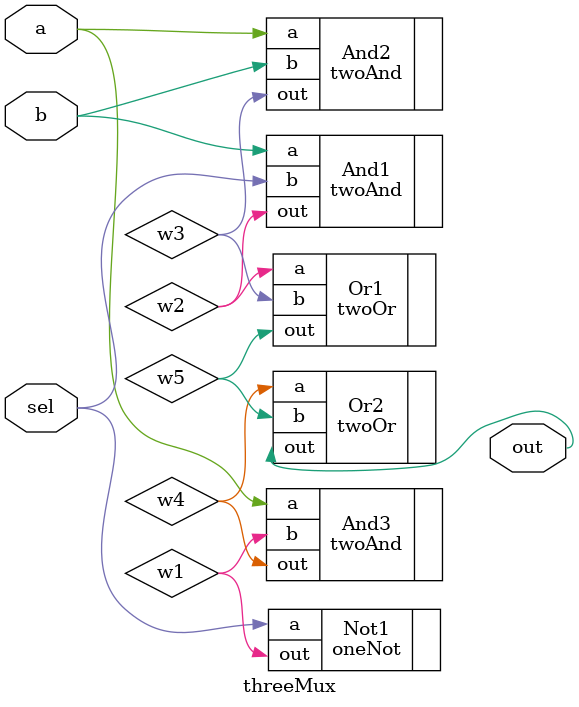
<source format=v>
module threeMux(a,b,sel,out);

	input a,b,sel;
	output out;
	wire w1,w2,w3,w4,w5;
	
	oneNot Not1(
	.a(sel),
	.out(w1));
	
	twoAnd And1(
	.a(b),
	.b(sel),
	.out(w2));
	
	twoAnd And2(
	.a(a),
	.b(b),
	.out(w3));
	
	twoAnd And3(
	.a(a),
	.b(w1),
	.out(w4));
	
	twoOr Or1(
	.a(w2),
	.b(w3),
	.out(w5));
	
	twoOr Or2(
	.a(w4),
	.b(w5),
	.out(out));
	

endmodule
</source>
